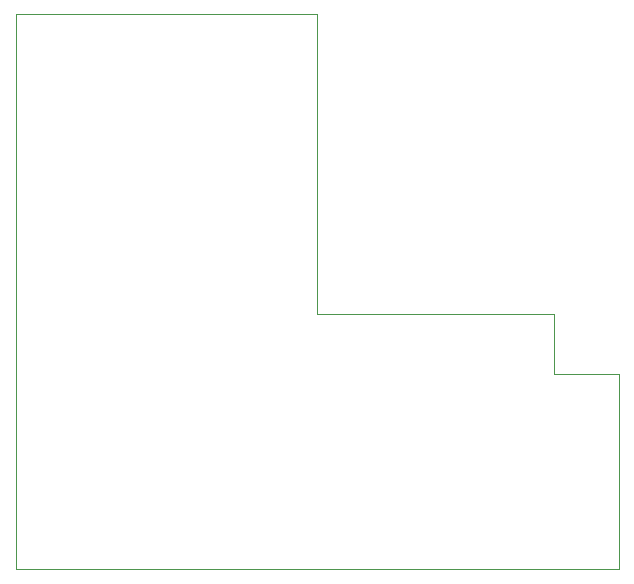
<source format=gko>
%FSLAX25Y25*%
%MOIN*%
G70*
G01*
G75*
G04 Layer_Color=16711935*
%ADD10O,0.00984X0.02559*%
%ADD11O,0.02559X0.00984*%
%ADD12R,0.17716X0.17716*%
%ADD13R,0.02953X0.03543*%
%ADD14R,0.05315X0.03740*%
%ADD15R,0.01575X0.01575*%
%ADD16R,0.00039X0.11811*%
%ADD17R,0.02559X0.06102*%
%ADD18R,0.03543X0.03937*%
%ADD19R,0.03937X0.01378*%
%ADD20R,0.02953X0.09449*%
%ADD21R,0.01969X0.02362*%
%ADD22R,0.02362X0.01969*%
%ADD23C,0.03937*%
%ADD24C,0.00787*%
%ADD25C,0.02000*%
%ADD26C,0.01969*%
%ADD27C,0.01181*%
%ADD28C,0.01000*%
%ADD29C,0.03937*%
%ADD30R,0.02913X0.03937*%
%ADD31R,0.03150X0.04724*%
%ADD32R,0.05079X0.19193*%
%ADD33R,0.03937X0.36142*%
%ADD34R,0.04764X1.00709*%
%ADD35R,0.15590X0.08583*%
%ADD36R,0.04764X0.12598*%
%ADD37R,0.05079X0.12598*%
%ADD38R,0.07992X0.01811*%
G04:AMPARAMS|DCode=39|XSize=18.11mil|YSize=66.44mil|CornerRadius=0mil|HoleSize=0mil|Usage=FLASHONLY|Rotation=124.500|XOffset=0mil|YOffset=0mil|HoleType=Round|Shape=Rectangle|*
%AMROTATEDRECTD39*
4,1,4,0.03251,0.01135,-0.02225,-0.02628,-0.03251,-0.01135,0.02225,0.02628,0.03251,0.01135,0.0*
%
%ADD39ROTATEDRECTD39*%

%ADD40R,0.03500X0.06000*%
%ADD41R,0.04000X0.03870*%
%ADD42R,0.04000X0.03709*%
%ADD43C,0.05906*%
%ADD44R,0.05906X0.05906*%
%ADD45C,0.11811*%
%ADD46C,0.02598*%
%ADD47C,0.03150*%
%ADD48R,0.02559X0.00984*%
%ADD49R,0.03150X0.05512*%
%ADD50R,0.02362X0.04528*%
%ADD51O,0.02362X0.07284*%
%ADD52R,0.03937X0.06496*%
%ADD53R,0.08268X0.05512*%
%ADD54O,0.00984X0.02362*%
%ADD55O,0.05118X0.01772*%
%ADD56R,0.01969X0.00984*%
%ADD57R,0.05118X0.03937*%
%ADD58O,0.02362X0.08071*%
%ADD59R,0.08071X0.03150*%
%ADD60R,0.03543X0.03150*%
%ADD61R,0.03937X0.05118*%
%ADD62R,0.03150X0.03543*%
%ADD63C,0.03150*%
%ADD64C,0.01575*%
%ADD65C,0.00984*%
%ADD66C,0.11811*%
%ADD67C,0.02362*%
%ADD68C,0.00394*%
D68*
X489500Y303000D02*
Y323000D01*
Y238000D02*
X511000D01*
Y303000D01*
X489500D02*
X511000D01*
X410500Y323000D02*
X489500D01*
X410500D02*
Y423000D01*
X310000D02*
X410500D01*
X310000Y238000D02*
X489500D01*
X310000D02*
Y423000D01*
M02*

</source>
